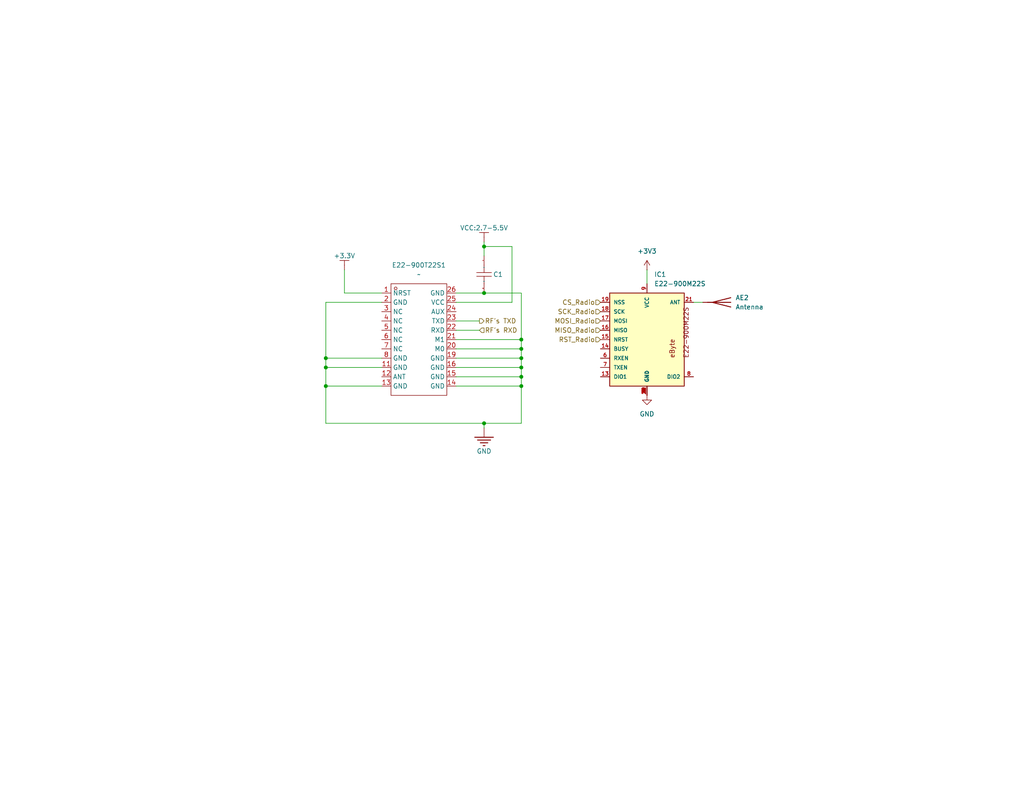
<source format=kicad_sch>
(kicad_sch (version 20250114) (generator "eeschema") (generator_version "9.0")
  (paper "USLetter")
  (lib_symbols
    (symbol "Device:Antenna" (pin_numbers (hide yes)) (pin_names (offset 1.016) (hide yes))
      (property "Reference" "AE" (at -1.905 1.905 0))
      (property "Value" "Antenna" (at -1.905 0 0))
      (symbol "Antenna_0_1"
        (polyline (pts (xy 0 2.54) (xy 0 -3.81)) (stroke (width 0.254)))
        (polyline (pts (xy 1.27 2.54) (xy 0 -2.54) (xy -1.27 2.54)) (stroke (width 0.254)))
      )
      (symbol "Antenna_1_1"
        (pin input line (at 0 -5.08 90) (length 2.54) (name "A") (number "1"))
      )
    )
    (symbol "E22-900M22S:E22-900M22S" (pin_names (offset 1.016))
      (property "Reference" "IC" (at 5.08 17.78 0))
      (property "Value" "E22-900M22S" (at -12.7 17.78 0))
      (symbol "E22-900M22S_0_0"
        (rectangle (start -10.16 -12.7) (end 10.16 12.7) (stroke (width 0.254)) (fill (type background)))
        (text "eByte" (at 7.62 -5.08 900) (effects (font (size 1.27 1.27)) (justify left bottom)))
        (text "E22-900M22S" (at 11.43 -5.08 900) (effects (font (size 1.27 1.27)) (justify left bottom)))
        (pin input line (at -12.7 10.16 0) (length 2.54) (name "NSS") (number "19"))
        (pin input line (at -12.7 7.62 0) (length 2.54) (name "SCK") (number "18"))
        (pin bidirectional line (at -12.7 5.08 0) (length 2.54) (name "MOSI") (number "17"))
        (pin bidirectional line (at -12.7 2.54 0) (length 2.54) (name "MISO") (number "16"))
        (pin bidirectional line (at -12.7 0 0) (length 2.54) (name "NRST") (number "15"))
        (pin bidirectional line (at -12.7 -2.54 0) (length 2.54) (name "BUSY") (number "14"))
        (pin input line (at -12.7 -5.08 0) (length 2.54) (name "RXEN") (number "6"))
        (pin bidirectional line (at -12.7 -7.62 0) (length 2.54) (name "TXEN") (number "7"))
        (pin bidirectional line (at -12.7 -10.16 0) (length 2.54) (name "DIO1") (number "13"))
        (pin power_in line (at 0 15.24 270) (length 2.54) (name "VCC") (number "9"))
        (pin power_in line (at 0 -15.24 90) (length 2.54) (name "GND") (number "1"))
        (pin power_in line (at 0 -15.24 90) (length 2.54) (name "GND") (number "10"))
        (pin power_in line (at 0 -15.24 90) (length 2.54) (name "GND") (number "11"))
        (pin power_in line (at 0 -15.24 90) (length 2.54) (name "GND") (number "12"))
        (pin power_in line (at 0 -15.24 90) (length 2.54) (name "GND") (number "2"))
        (pin power_in line (at 0 -15.24 90) (length 2.54) (name "GND") (number "20"))
        (pin power_in line (at 0 -15.24 90) (length 2.54) (name "GND") (number "22"))
        (pin power_in line (at 0 -15.24 90) (length 2.54) (name "GND") (number "3"))
        (pin power_in line (at 0 -15.24 90) (length 2.54) (name "GND") (number "4"))
        (pin power_in line (at 0 -15.24 90) (length 2.54) (name "GND") (number "5"))
        (pin output line (at 12.7 10.16 180) (length 2.54) (name "ANT") (number "21"))
        (pin bidirectional line (at 12.7 -10.16 180) (length 2.54) (name "DIO2") (number "8"))
      )
    )
    (symbol "New_Library:E22-900T22S"
      (property "Reference" "E22-900T22S" (at -0.762 -22.606 0))
      (symbol "E22-900T22S_1_0"
        (rectangle (start -7.62 -15.24) (end 7.62 15.24))
        (circle (center -6.35 13.97) (radius 0.381))
        (pin unspecified line (at -10.16 12.7 0) (length 2.54) (name "NRST") (number "1"))
        (pin unspecified line (at -10.16 10.16 0) (length 2.54) (name "GND") (number "2"))
        (pin unspecified line (at -10.16 7.62 0) (length 2.54) (name "NC") (number "3"))
        (pin unspecified line (at -10.16 5.08 0) (length 2.54) (name "NC") (number "4"))
        (pin unspecified line (at -10.16 2.54 0) (length 2.54) (name "NC") (number "5"))
        (pin unspecified line (at -10.16 0 0) (length 2.54) (name "NC") (number "6"))
        (pin unspecified line (at -10.16 -2.54 0) (length 2.54) (name "NC") (number "7"))
        (pin unspecified line (at -10.16 -5.08 0) (length 2.54) (name "GND") (number "8"))
        (pin unspecified line (at -10.16 -7.62 0) (length 2.54) (name "GND") (number "11"))
        (pin unspecified line (at -10.16 -10.16 0) (length 2.54) (name "ANT") (number "12"))
        (pin unspecified line (at -10.16 -12.7 0) (length 2.54) (name "GND") (number "13"))
        (pin unspecified line (at 10.16 12.7 180) (length 2.54) (name "GND") (number "26"))
        (pin unspecified line (at 10.16 10.16 180) (length 2.54) (name "VCC") (number "25"))
        (pin unspecified line (at 10.16 7.62 180) (length 2.54) (name "AUX") (number "24"))
        (pin unspecified line (at 10.16 5.08 180) (length 2.54) (name "TXD") (number "23"))
        (pin unspecified line (at 10.16 2.54 180) (length 2.54) (name "RXD") (number "22"))
        (pin unspecified line (at 10.16 0 180) (length 2.54) (name "M1") (number "21"))
        (pin unspecified line (at 10.16 -2.54 180) (length 2.54) (name "M0") (number "20"))
        (pin unspecified line (at 10.16 -5.08 180) (length 2.54) (name "GND") (number "19"))
        (pin unspecified line (at 10.16 -7.62 180) (length 2.54) (name "GND") (number "16"))
        (pin unspecified line (at 10.16 -10.16 180) (length 2.54) (name "GND") (number "15"))
        (pin unspecified line (at 10.16 -12.7 180) (length 2.54) (name "GND") (number "14"))
      )
    )
    (symbol "ProDoc_Sch-easyedapro:CAP"
      (symbol "CAP_1_0"
        (polyline (pts (xy -2.54 0) (xy -0.508 0)))
        (polyline (pts (xy -0.508 -2.032) (xy -0.508 2.032)))
        (polyline (pts (xy 0.508 2.032) (xy 0.508 -2.032)))
        (polyline (pts (xy 0.508 0) (xy 2.54 0)))
        (pin input line (at -5.08 0 0) (length 2.54) (name "2") (number "2"))
        (pin input line (at 5.08 0 180) (length 2.54) (name "1") (number "1"))
      )
    )
    (symbol "ProDoc_Sch-easyedapro:Ground-GND" (power) (pin_numbers (hide yes)) (pin_names (hide yes))
      (property "Value" "GND" (at 0 -6.35 0))
      (symbol "Ground-GND_1_0"
        (polyline (pts (xy -2.54 -2.54) (xy 2.54 -2.54)) (stroke (width 0.254)))
        (polyline (pts (xy -1.778 -3.302) (xy 1.778 -3.302)) (stroke (width 0.254)))
        (polyline (pts (xy -1.016 -4.064) (xy 1.016 -4.064)) (stroke (width 0.254)))
        (polyline (pts (xy -0.254 -4.826) (xy 0.254 -4.826)) (stroke (width 0.254)))
        (pin power_in line (at 0 0 270) (length 2.54) (name "GND") (number "1"))
      )
    )
    (symbol "ProDoc_Sch-easyedapro:Power-5V" (power) (pin_numbers (hide yes)) (pin_names (hide yes))
      (symbol "Power-5V_1_0"
        (polyline (pts (xy -1.27 2.54) (xy 1.27 2.54)))
        (polyline (pts (xy 0 2.54) (xy 0 1.27)))
        (pin power_in line (at 0 0 90) (length 1.27) (name "+3.3V") (number "1"))
      )
    )
    (symbol "ProDoc_Sch-easyedapro:Power-VCC" (power) (pin_numbers (hide yes)) (pin_names (hide yes))
      (symbol "Power-VCC_1_0"
        (polyline (pts (xy -1.27 2.54) (xy 1.27 2.54)))
        (polyline (pts (xy 0 2.54) (xy 0 1.27)))
        (pin power_in line (at 0 0 90) (length 1.27) (name "VCC:2.7-5.5V") (number "1"))
      )
    )
    (symbol "power:+3V3" (power) (pin_numbers (hide yes)) (pin_names (offset 0) (hide yes))
      (property "Value" "+3V3" (at 0 3.556 0))
      (symbol "+3V3_0_1"
        (polyline (pts (xy -0.762 1.27) (xy 0 2.54)))
        (polyline (pts (xy 0 2.54) (xy 0.762 1.27)))
        (polyline (pts (xy 0 0) (xy 0 2.54)))
      )
      (symbol "+3V3_1_1"
        (pin power_in line (at 0 0 90) (length 0) (name "~") (number "1"))
      )
    )
    (symbol "power:GND" (power) (pin_numbers (hide yes)) (pin_names (offset 0) (hide yes))
      (property "Value" "GND" (at 0 -3.81 0))
      (symbol "GND_0_1"
        (polyline (pts (xy 0 0) (xy 0 -1.27) (xy 1.27 -1.27) (xy 0 -2.54) (xy -1.27 -1.27) (xy 0 -1.27)))
      )
      (symbol "GND_1_1"
        (pin power_in line (at 0 0 270) (length 0) (name "~") (number "1"))
      )
    )
  )
  (junction (at 142.24 97.79))
  (junction (at 88.9 100.33))
  (junction (at 142.24 102.87))
  (junction (at 88.9 105.41))
  (junction (at 132.08 67.31))
  (junction (at 142.24 100.33))
  (junction (at 142.24 92.71))
  (junction (at 142.24 95.25))
  (junction (at 142.24 105.41))
  (junction (at 132.08 115.57))
  (junction (at 132.08 80.01))
  (junction (at 88.9 97.79))
  (wire (pts (xy 124.46 87.63) (xy 130.81 87.63)))
  (wire (pts (xy 132.08 116.84) (xy 132.08 115.57)))
  (wire (pts (xy 104.14 97.79) (xy 88.9 97.79)))
  (wire (pts (xy 88.9 105.41) (xy 88.9 100.33)))
  (wire (pts (xy 88.9 82.55) (xy 88.9 97.79)))
  (wire (pts (xy 104.14 100.33) (xy 88.9 100.33)))
  (wire (pts (xy 142.24 115.57) (xy 132.08 115.57)))
  (wire (pts (xy 124.46 92.71) (xy 142.24 92.71)))
  (wire (pts (xy 176.53 73.66) (xy 176.53 77.47)))
  (wire (pts (xy 142.24 115.57) (xy 142.24 105.41)))
  (wire (pts (xy 88.9 82.55) (xy 104.14 82.55)))
  (wire (pts (xy 132.08 66.04) (xy 132.08 67.31)))
  (wire (pts (xy 142.24 92.71) (xy 142.24 95.25)))
  (wire (pts (xy 124.46 97.79) (xy 142.24 97.79)))
  (wire (pts (xy 142.24 102.87) (xy 142.24 105.41)))
  (wire (pts (xy 132.08 115.57) (xy 88.9 115.57)))
  (wire (pts (xy 139.7 82.55) (xy 124.46 82.55)))
  (wire (pts (xy 139.7 67.31) (xy 132.08 67.31)))
  (wire (pts (xy 93.98 80.01) (xy 104.14 80.01)))
  (wire (pts (xy 132.08 80.01) (xy 124.46 80.01)))
  (wire (pts (xy 142.24 80.01) (xy 142.24 92.71)))
  (wire (pts (xy 88.9 97.79) (xy 88.9 100.33)))
  (wire (pts (xy 124.46 90.17) (xy 130.81 90.17)))
  (wire (pts (xy 142.24 80.01) (xy 132.08 80.01)))
  (wire (pts (xy 93.98 73.66) (xy 93.98 80.01)))
  (wire (pts (xy 142.24 102.87) (xy 124.46 102.87)))
  (wire (pts (xy 132.08 69.85) (xy 132.08 67.31)))
  (wire (pts (xy 191.77 82.55) (xy 189.23 82.55)))
  (wire (pts (xy 104.14 105.41) (xy 88.9 105.41)))
  (wire (pts (xy 124.46 105.41) (xy 142.24 105.41)))
  (wire (pts (xy 124.46 100.33) (xy 142.24 100.33)))
  (wire (pts (xy 142.24 95.25) (xy 142.24 97.79)))
  (wire (pts (xy 88.9 115.57) (xy 88.9 105.41)))
  (wire (pts (xy 139.7 67.31) (xy 139.7 82.55)))
  (wire (pts (xy 142.24 97.79) (xy 142.24 100.33)))
  (wire (pts (xy 142.24 102.87) (xy 142.24 100.33)))
  (wire (pts (xy 124.46 95.25) (xy 142.24 95.25)))
  (hierarchical_label "MOSI_Radio" (shape input) (at 163.83 87.63 180))
  (hierarchical_label "RF's RXD" (shape input) (at 130.81 90.17 0))
  (hierarchical_label "RST_Radio" (shape input) (at 163.83 92.71 180))
  (hierarchical_label "MISO_Radio" (shape input) (at 163.83 90.17 180))
  (hierarchical_label "RF's TXD" (shape output) (at 130.81 87.63 0))
  (hierarchical_label "SCK_Radio" (shape input) (at 163.83 85.09 180))
  (hierarchical_label "CS_Radio" (shape input) (at 163.83 82.55 180))
  (symbol (lib_id "ProDoc_Sch-easyedapro:CAP") (at 132.08 74.93 90) (unit 1)
    (property "Reference" "C1" (at 135.89 74.93 90))
    (property "Value" "100nF" (effects (hide yes)))
    (property "Footprint" "ProDoc_Sch-easyedapro:C0603" (effects (hide yes)))
  )
  (symbol (lib_id "power:+3V3") (at 176.53 73.66 0) (unit 1)
    (property "Reference" "#PWR024" (effects (hide yes)))
    (property "Value" "+3V3" (at 176.53 68.58 0))
    (property "Description" "Power symbol creates a global label with name \"+3V3\"" (effects (hide yes)))
  )
  (symbol (lib_id "ProDoc_Sch-easyedapro:Power-5V") (at 93.98 73.66 0) (unit 1)
    (property "Reference" "#PWR?" (effects (hide yes)))
    (property "Value" "+3.3V" (at 93.98 69.85 0))
    (property "Footprint" "ProDoc_Sch-easyedapro:" (effects (hide yes)))
    (property "Description" "Power-5V" (effects (hide yes)))
  )
  (symbol (lib_id "power:GND") (at 176.53 107.95 0) (unit 1)
    (property "Reference" "#PWR025" (effects (hide yes)))
    (property "Value" "GND" (at 176.53 113.03 0))
    (property "Description" "Power symbol creates a global label with name \"GND\" , ground" (effects (hide yes)))
  )
  (symbol (lib_id "ProDoc_Sch-easyedapro:Ground-GND") (at 132.08 116.84 0) (unit 1)
    (property "Reference" "#PWR?" (effects (hide yes)))
    (property "Value" "GND" (at 132.08 123.19 0))
    (property "Footprint" "ProDoc_Sch-easyedapro:" (effects (hide yes)))
  )
  (symbol (lib_id "E22-900M22S:E22-900M22S") (at 176.53 92.71 0) (unit 1)
    (property "Reference" "IC1" (at 178.4986 74.93 0) (effects (justify left)))
    (property "Value" "E22-900M22S" (at 178.4986 77.47 0) (effects (justify left)))
    (property "Footprint" "E22-900M22S:E22-900M22S" (effects (hide yes)))
    (property "MF" "EBYTE" (effects (hide yes)))
    (property "Description_1" "SX1262 868/915MHz SPI SMD LoRa Module" (effects (hide yes)))
    (property "Package" "Package" (effects (hide yes)))
    (property "Price" "None" (effects (hide yes)))
    (property "SnapEDA_Link" "https://www.snapeda.com/parts/E22-900M22S/EBYTE/view-part/?ref=snap" (effects (hide yes)))
    (property "MP" "E22-900M22S" (effects (hide yes)))
    (property "Availability" "Not in stock" (effects (hide yes)))
    (property "Check_prices" "https://www.snapeda.com/parts/E22-900M22S/EBYTE/view-part/?ref=eda" (effects (hide yes)))
  )
  (symbol (lib_id "Device:Antenna") (at 196.85 82.55 270) (unit 1)
    (property "Reference" "AE2" (at 200.66 81.28 90) (effects (justify left)))
    (property "Value" "Antenna" (at 200.66 83.82 90) (effects (justify left)))
    (property "Description" "Antenna" (effects (hide yes)))
  )
  (symbol (lib_id "ProDoc_Sch-easyedapro:Power-VCC") (at 132.08 66.04 0) (unit 1)
    (property "Reference" "#PWR?" (effects (hide yes)))
    (property "Value" "VCC:2.7-5.5V" (at 132.08 62.23 0))
    (property "Footprint" "ProDoc_Sch-easyedapro:" (effects (hide yes)))
  )
  (symbol (lib_id "New_Library:E22-900T22S") (at 114.3 92.71 0) (unit 1)
    (property "Reference" "E22-900T22S1" (at 114.3 72.39 0))
    (property "Value" "~" (at 114.3 74.93 0))
    (property "Footprint" "ProLib_pcs_2025-11-10:WIRELM-SMD_E22-900T22S" (effects (hide yes)))
    (property "Datasheet" "https://atta.szlcsc.com/upload/public/pdf/source/20240407/6E2DE6FC648DA5C1ED7D92D28685AC13.pdf" (effects (hide yes)))
    (property "Manufacturer Part" "E22-900T22S" (effects (hide yes)))
    (property "Manufacturer" "EBYTE(亿佰特)" (effects (hide yes)))
    (property "Supplier Part" "C411289" (effects (hide yes)))
    (property "Supplier" "LCSC" (effects (hide yes)))
    (property "LCSC Part Name" "E22-900T22S" (effects (hide yes)))
  )
)
</source>
